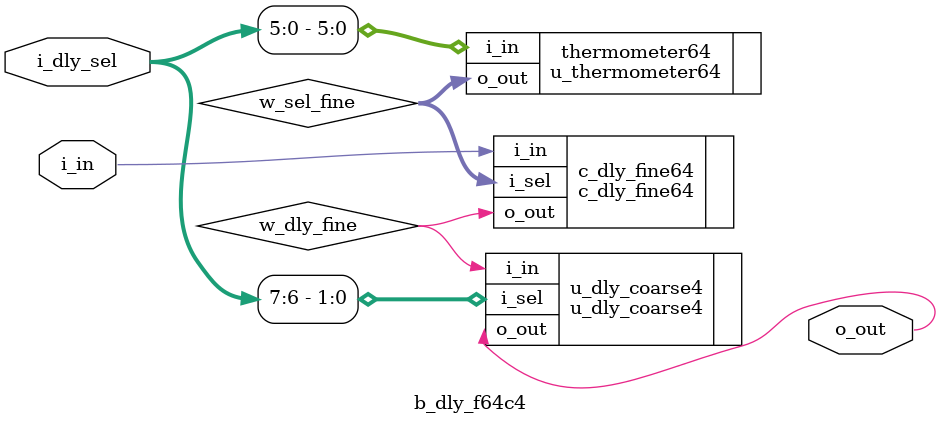
<source format=v>

module b_dly_f64c4
(	
	output				o_out,
	input				i_in,
	input		[7:0]	i_dly_sel
);

	wire			w_dly_fine;
	wire	[63:0]	w_sel_fine;

	u_thermometer64
	thermometer64(	
		.o_out	(w_sel_fine		),
		.i_in	(i_dly_sel[5:0]	)
	);


	c_dly_fine64
	c_dly_fine64(
		.o_out	(w_dly_fine		),
		.i_in	(i_in			),
		.i_sel	(w_sel_fine		)
	);

	u_dly_coarse4
	u_dly_coarse4(
		.o_out	(o_out			),
		.i_in	(w_dly_fine		),
		.i_sel	(i_dly_sel[7:6] )
	);

endmodule

</source>
